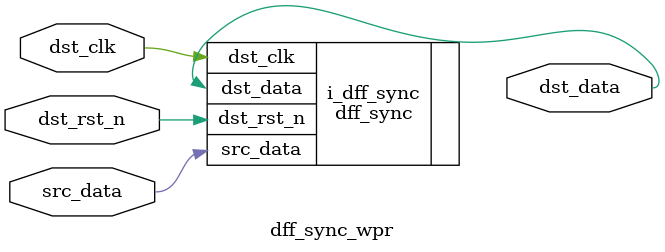
<source format=v>



module dff_sync_wpr #(
  parameter DEPTH = 2,
  parameter RST_VAL = 1'b0
)(
  input  src_data,
  input  dst_clk,
  input  dst_rst_n,
  output dst_data
);


  //----------------------------------------------------------------------------
  dff_sync #(
    .DEPTH (DEPTH),
    .RST_VAL (RST_VAL)
  ) i_dff_sync (
    .src_data (src_data),
    .dst_clk (dst_clk),
    .dst_rst_n (dst_rst_n),
    .dst_data (dst_data)
  );

endmodule
</source>
